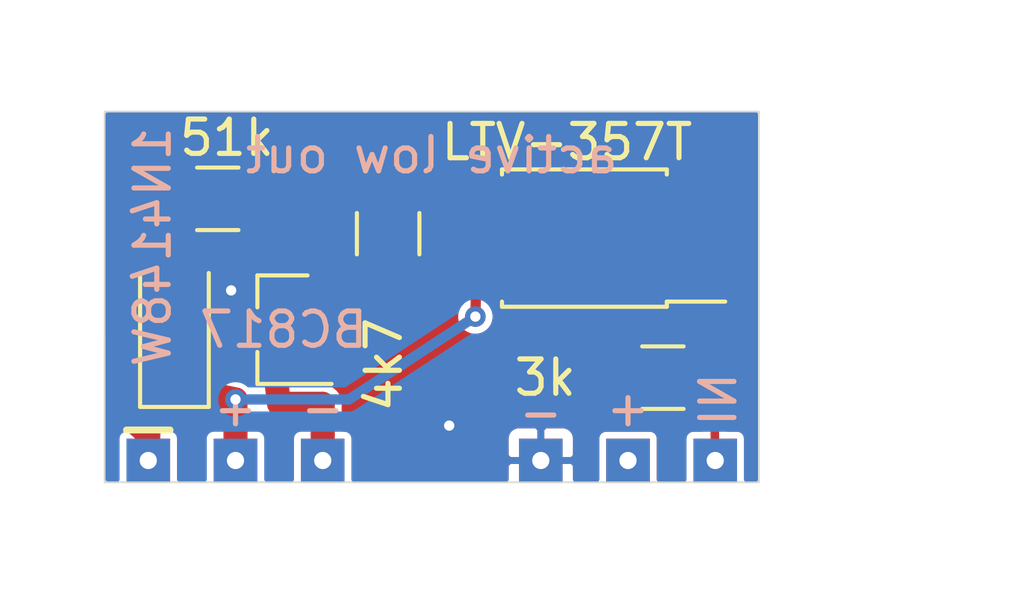
<source format=kicad_pcb>
(kicad_pcb (version 20171130) (host pcbnew 5.1.5+dfsg1-2build2)

  (general
    (thickness 0.8)
    (drawings 12)
    (tracks 39)
    (zones 0)
    (modules 7)
    (nets 10)
  )

  (page A4)
  (layers
    (0 F.Cu signal)
    (31 B.Cu signal)
    (32 B.Adhes user)
    (33 F.Adhes user)
    (34 B.Paste user)
    (35 F.Paste user)
    (36 B.SilkS user)
    (37 F.SilkS user)
    (38 B.Mask user)
    (39 F.Mask user)
    (40 Dwgs.User user)
    (41 Cmts.User user)
    (42 Eco1.User user)
    (43 Eco2.User user)
    (44 Edge.Cuts user)
    (45 Margin user)
    (46 B.CrtYd user)
    (47 F.CrtYd user)
    (48 B.Fab user)
    (49 F.Fab user)
  )

  (setup
    (last_trace_width 0.25)
    (user_trace_width 0.3)
    (user_trace_width 0.5)
    (user_trace_width 0.7)
    (trace_clearance 0.2)
    (zone_clearance 0)
    (zone_45_only no)
    (trace_min 0.2)
    (via_size 0.8)
    (via_drill 0.4)
    (via_min_size 0.4)
    (via_min_drill 0.3)
    (user_via 0.6 0.3)
    (uvia_size 0.3)
    (uvia_drill 0.1)
    (uvias_allowed no)
    (uvia_min_size 0.2)
    (uvia_min_drill 0.1)
    (edge_width 0.05)
    (segment_width 0.2)
    (pcb_text_width 0.3)
    (pcb_text_size 1.5 1.5)
    (mod_edge_width 0.12)
    (mod_text_size 1 1)
    (mod_text_width 0.15)
    (pad_size 1.524 1.524)
    (pad_drill 0.762)
    (pad_to_mask_clearance 0.051)
    (solder_mask_min_width 0.25)
    (aux_axis_origin 0 0)
    (visible_elements FFFFFF7F)
    (pcbplotparams
      (layerselection 0x010fc_ffffffff)
      (usegerberextensions false)
      (usegerberattributes false)
      (usegerberadvancedattributes false)
      (creategerberjobfile false)
      (excludeedgelayer true)
      (linewidth 0.100000)
      (plotframeref false)
      (viasonmask false)
      (mode 1)
      (useauxorigin false)
      (hpglpennumber 1)
      (hpglpenspeed 20)
      (hpglpendiameter 15.000000)
      (psnegative false)
      (psa4output false)
      (plotreference true)
      (plotvalue true)
      (plotinvisibletext false)
      (padsonsilk false)
      (subtractmaskfromsilk true)
      (outputformat 1)
      (mirror false)
      (drillshape 0)
      (scaleselection 1)
      (outputdirectory "gerber/"))
  )

  (net 0 "")
  (net 1 VINM)
  (net 2 OUT)
  (net 3 VINP)
  (net 4 IN)
  (net 5 GND)
  (net 6 "Net-(Q1-Pad1)")
  (net 7 "Net-(R2-Pad2)")
  (net 8 "Net-(R3-Pad1)")
  (net 9 "Net-(J1-Pad5)")

  (net_class Default "This is the default net class."
    (clearance 0.2)
    (trace_width 0.25)
    (via_dia 0.8)
    (via_drill 0.4)
    (uvia_dia 0.3)
    (uvia_drill 0.1)
    (add_net GND)
    (add_net IN)
    (add_net "Net-(J1-Pad5)")
    (add_net "Net-(Q1-Pad1)")
    (add_net "Net-(R2-Pad2)")
    (add_net "Net-(R3-Pad1)")
    (add_net OUT)
    (add_net VINM)
    (add_net VINP)
  )

  (module plc88:dio_channel_im (layer F.Cu) (tedit 6397394E) (tstamp 63A86928)
    (at 169.545 126.365)
    (path /63A86E3A)
    (fp_text reference J1 (at 0 0.5) (layer F.SilkS) hide
      (effects (font (size 1 1) (thickness 0.15)))
    )
    (fp_text value dio_channel_i (at 0 -0.5) (layer F.Fab) hide
      (effects (font (size 1 1) (thickness 0.15)))
    )
    (fp_line (start -7.62 1.651) (end -6.35 1.651) (layer F.SilkS) (width 0.2))
    (fp_line (start -8.255 1.905) (end 10.795 1.905) (layer F.CrtYd) (width 0.12))
    (fp_line (start -8.255 3.175) (end -8.255 1.905) (layer F.CrtYd) (width 0.12))
    (fp_line (start 10.795 3.175) (end -8.255 3.175) (layer F.CrtYd) (width 0.12))
    (fp_line (start 10.795 1.905) (end 10.795 3.175) (layer F.CrtYd) (width 0.12))
    (pad 4 thru_hole rect (at 4.445 2.54) (size 1.27 1.27) (drill 0.5) (layers *.Cu *.Mask)
      (net 5 GND))
    (pad 6 thru_hole rect (at 9.525 2.54) (size 1.27 1.27) (drill 0.5) (layers *.Cu *.Mask)
      (net 4 IN))
    (pad 5 thru_hole rect (at 6.985 2.54) (size 1.27 1.27) (drill 0.5) (layers *.Cu *.Mask)
      (net 9 "Net-(J1-Pad5)"))
    (pad 3 thru_hole rect (at -1.905 2.54) (size 1.27 1.27) (drill 0.5) (layers *.Cu *.Mask)
      (net 1 VINM))
    (pad 2 thru_hole rect (at -4.445 2.54) (size 1.27 1.27) (drill 0.5) (layers *.Cu *.Mask)
      (net 3 VINP))
    (pad 1 thru_hole rect (at -6.985 2.54) (size 1.27 1.27) (drill 0.5) (layers *.Cu *.Mask)
      (net 2 OUT))
  )

  (module Package_TO_SOT_SMD:SOT-23 (layer F.Cu) (tedit 5A02FF57) (tstamp 637B0653)
    (at 166.497 125.095 180)
    (descr "SOT-23, Standard")
    (tags SOT-23)
    (path /637B1026)
    (attr smd)
    (fp_text reference Q1 (at 0 -2.5) (layer F.SilkS) hide
      (effects (font (size 1 1) (thickness 0.15)))
    )
    (fp_text value BC817 (at 0 0) (layer B.SilkS)
      (effects (font (size 1 1) (thickness 0.15)) (justify mirror))
    )
    (fp_line (start 0.76 1.58) (end -0.7 1.58) (layer F.SilkS) (width 0.12))
    (fp_line (start 0.76 -1.58) (end -1.4 -1.58) (layer F.SilkS) (width 0.12))
    (fp_line (start -1.7 1.75) (end -1.7 -1.75) (layer F.CrtYd) (width 0.05))
    (fp_line (start 1.7 1.75) (end -1.7 1.75) (layer F.CrtYd) (width 0.05))
    (fp_line (start 1.7 -1.75) (end 1.7 1.75) (layer F.CrtYd) (width 0.05))
    (fp_line (start -1.7 -1.75) (end 1.7 -1.75) (layer F.CrtYd) (width 0.05))
    (fp_line (start 0.76 -1.58) (end 0.76 -0.65) (layer F.SilkS) (width 0.12))
    (fp_line (start 0.76 1.58) (end 0.76 0.65) (layer F.SilkS) (width 0.12))
    (fp_line (start -0.7 1.52) (end 0.7 1.52) (layer F.Fab) (width 0.1))
    (fp_line (start 0.7 -1.52) (end 0.7 1.52) (layer F.Fab) (width 0.1))
    (fp_line (start -0.7 -0.95) (end -0.15 -1.52) (layer F.Fab) (width 0.1))
    (fp_line (start -0.15 -1.52) (end 0.7 -1.52) (layer F.Fab) (width 0.1))
    (fp_line (start -0.7 -0.95) (end -0.7 1.5) (layer F.Fab) (width 0.1))
    (fp_text user %R (at 0 0 90) (layer F.Fab) hide
      (effects (font (size 0.5 0.5) (thickness 0.075)))
    )
    (pad 3 smd rect (at 1 0 180) (size 0.9 0.8) (layers F.Cu F.Paste F.Mask)
      (net 2 OUT))
    (pad 2 smd rect (at -1 0.95 180) (size 0.9 0.8) (layers F.Cu F.Paste F.Mask)
      (net 1 VINM))
    (pad 1 smd rect (at -1 -0.95 180) (size 0.9 0.8) (layers F.Cu F.Paste F.Mask)
      (net 6 "Net-(Q1-Pad1)"))
    (model ${KISYS3DMOD}/Package_TO_SOT_SMD.3dshapes/SOT-23.wrl
      (at (xyz 0 0 0))
      (scale (xyz 1 1 1))
      (rotate (xyz 0 0 0))
    )
  )

  (module Package_SO:SO-4_4.4x3.6mm_P2.54mm (layer F.Cu) (tedit 5B1E4C51) (tstamp 63648B36)
    (at 175.26 122.428 180)
    (descr "4-Lead Plastic Small Outline (SO), see https://www.elpro.org/de/index.php?controller=attachment&id_attachment=339")
    (tags "SO SOIC 2.54")
    (path /63648DFC)
    (attr smd)
    (fp_text reference U1 (at 0 -2.7) (layer F.SilkS) hide
      (effects (font (size 1 1) (thickness 0.15)))
    )
    (fp_text value LTV-357T (at 0.508 2.794) (layer F.SilkS)
      (effects (font (size 1 1) (thickness 0.15)))
    )
    (fp_line (start 4.4 2.05) (end -4.4 2.05) (layer F.CrtYd) (width 0.05))
    (fp_line (start 4.4 2.05) (end 4.4 -2.05) (layer F.CrtYd) (width 0.05))
    (fp_line (start -4.4 -2.05) (end -4.4 2.05) (layer F.CrtYd) (width 0.05))
    (fp_line (start -4.4 -2.05) (end 4.4 -2.05) (layer F.CrtYd) (width 0.05))
    (fp_line (start -1.4 -1.8) (end 2.2 -1.8) (layer F.Fab) (width 0.12))
    (fp_line (start -2.2 -1) (end -1.4 -1.8) (layer F.Fab) (width 0.12))
    (fp_line (start -2.2 1.8) (end -2.2 -1) (layer F.Fab) (width 0.12))
    (fp_line (start 2.2 1.8) (end -2.2 1.8) (layer F.Fab) (width 0.12))
    (fp_line (start 2.2 -1.8) (end 2.2 1.8) (layer F.Fab) (width 0.12))
    (fp_line (start 2.4 -2) (end 2.4 -1.85) (layer F.SilkS) (width 0.12))
    (fp_line (start -2.4 -2) (end 2.4 -2) (layer F.SilkS) (width 0.12))
    (fp_line (start -2.4 -1.85) (end -2.4 -2) (layer F.SilkS) (width 0.12))
    (fp_line (start -2.4 2) (end -2.4 1.85) (layer F.SilkS) (width 0.12))
    (fp_line (start 2.4 2) (end -2.4 2) (layer F.SilkS) (width 0.12))
    (fp_line (start 2.4 1.85) (end 2.4 2) (layer F.SilkS) (width 0.12))
    (fp_text user %R (at 0 -0.065) (layer F.Fab) hide
      (effects (font (size 1 1) (thickness 0.15)))
    )
    (fp_line (start -2.4 -1.85) (end -4.1 -1.85) (layer F.SilkS) (width 0.12))
    (pad 4 smd rect (at 3.15 -1.27 180) (size 2 0.64) (layers F.Cu F.Paste F.Mask)
      (net 3 VINP))
    (pad 3 smd rect (at 3.15 1.27 180) (size 2 0.64) (layers F.Cu F.Paste F.Mask)
      (net 7 "Net-(R2-Pad2)"))
    (pad 2 smd rect (at -3.15 1.27 180) (size 2 0.64) (layers F.Cu F.Paste F.Mask)
      (net 5 GND))
    (pad 1 smd rect (at -3.15 -1.27 180) (size 2 0.64) (layers F.Cu F.Paste F.Mask)
      (net 8 "Net-(R3-Pad1)"))
    (model ${KISYS3DMOD}/Package_SO.3dshapes/SO-4_4.4x3.6mm_P2.54mm.wrl
      (at (xyz 0 0 0))
      (scale (xyz 1 1 1))
      (rotate (xyz 0 0 0))
    )
  )

  (module Resistor_SMD:R_1206_3216Metric_Pad1.42x1.75mm_HandSolder (layer F.Cu) (tedit 5B301BBD) (tstamp 642FDF10)
    (at 177.546 126.492)
    (descr "Resistor SMD 1206 (3216 Metric), square (rectangular) end terminal, IPC_7351 nominal with elongated pad for handsoldering. (Body size source: http://www.tortai-tech.com/upload/download/2011102023233369053.pdf), generated with kicad-footprint-generator")
    (tags "resistor handsolder")
    (path /6365F1C0)
    (attr smd)
    (fp_text reference R3 (at 0 -1.82) (layer F.SilkS) hide
      (effects (font (size 1 1) (thickness 0.15)))
    )
    (fp_text value 3k (at -3.429 0) (layer F.SilkS)
      (effects (font (size 1 1) (thickness 0.15)))
    )
    (fp_text user %R (at 0 0) (layer F.Fab) hide
      (effects (font (size 0.8 0.8) (thickness 0.12)))
    )
    (fp_line (start 2.45 1.12) (end -2.45 1.12) (layer F.CrtYd) (width 0.05))
    (fp_line (start 2.45 -1.12) (end 2.45 1.12) (layer F.CrtYd) (width 0.05))
    (fp_line (start -2.45 -1.12) (end 2.45 -1.12) (layer F.CrtYd) (width 0.05))
    (fp_line (start -2.45 1.12) (end -2.45 -1.12) (layer F.CrtYd) (width 0.05))
    (fp_line (start -0.602064 0.91) (end 0.602064 0.91) (layer F.SilkS) (width 0.12))
    (fp_line (start -0.602064 -0.91) (end 0.602064 -0.91) (layer F.SilkS) (width 0.12))
    (fp_line (start 1.6 0.8) (end -1.6 0.8) (layer F.Fab) (width 0.1))
    (fp_line (start 1.6 -0.8) (end 1.6 0.8) (layer F.Fab) (width 0.1))
    (fp_line (start -1.6 -0.8) (end 1.6 -0.8) (layer F.Fab) (width 0.1))
    (fp_line (start -1.6 0.8) (end -1.6 -0.8) (layer F.Fab) (width 0.1))
    (pad 2 smd roundrect (at 1.4875 0) (size 1.425 1.75) (layers F.Cu F.Paste F.Mask) (roundrect_rratio 0.175439)
      (net 4 IN))
    (pad 1 smd roundrect (at -1.4875 0) (size 1.425 1.75) (layers F.Cu F.Paste F.Mask) (roundrect_rratio 0.175439)
      (net 8 "Net-(R3-Pad1)"))
    (model ${KISYS3DMOD}/Resistor_SMD.3dshapes/R_1206_3216Metric.wrl
      (at (xyz 0 0 0))
      (scale (xyz 1 1 1))
      (rotate (xyz 0 0 0))
    )
  )

  (module Resistor_SMD:R_1206_3216Metric_Pad1.42x1.75mm_HandSolder (layer F.Cu) (tedit 5B301BBD) (tstamp 635B3BF1)
    (at 169.545 122.301 90)
    (descr "Resistor SMD 1206 (3216 Metric), square (rectangular) end terminal, IPC_7351 nominal with elongated pad for handsoldering. (Body size source: http://www.tortai-tech.com/upload/download/2011102023233369053.pdf), generated with kicad-footprint-generator")
    (tags "resistor handsolder")
    (path /635B3C3C)
    (attr smd)
    (fp_text reference R2 (at 0 -1.82 90) (layer F.SilkS) hide
      (effects (font (size 1 1) (thickness 0.15)))
    )
    (fp_text value 4k7 (at -3.81 -0.127 270) (layer F.SilkS)
      (effects (font (size 1 1) (thickness 0.15)))
    )
    (fp_text user %R (at 0 0 90) (layer F.Fab) hide
      (effects (font (size 0.8 0.8) (thickness 0.12)))
    )
    (fp_line (start 2.45 1.12) (end -2.45 1.12) (layer F.CrtYd) (width 0.05))
    (fp_line (start 2.45 -1.12) (end 2.45 1.12) (layer F.CrtYd) (width 0.05))
    (fp_line (start -2.45 -1.12) (end 2.45 -1.12) (layer F.CrtYd) (width 0.05))
    (fp_line (start -2.45 1.12) (end -2.45 -1.12) (layer F.CrtYd) (width 0.05))
    (fp_line (start -0.602064 0.91) (end 0.602064 0.91) (layer F.SilkS) (width 0.12))
    (fp_line (start -0.602064 -0.91) (end 0.602064 -0.91) (layer F.SilkS) (width 0.12))
    (fp_line (start 1.6 0.8) (end -1.6 0.8) (layer F.Fab) (width 0.1))
    (fp_line (start 1.6 -0.8) (end 1.6 0.8) (layer F.Fab) (width 0.1))
    (fp_line (start -1.6 -0.8) (end 1.6 -0.8) (layer F.Fab) (width 0.1))
    (fp_line (start -1.6 0.8) (end -1.6 -0.8) (layer F.Fab) (width 0.1))
    (pad 2 smd roundrect (at 1.4875 0 90) (size 1.425 1.75) (layers F.Cu F.Paste F.Mask) (roundrect_rratio 0.175439)
      (net 7 "Net-(R2-Pad2)"))
    (pad 1 smd roundrect (at -1.4875 0 90) (size 1.425 1.75) (layers F.Cu F.Paste F.Mask) (roundrect_rratio 0.175439)
      (net 6 "Net-(Q1-Pad1)"))
    (model ${KISYS3DMOD}/Resistor_SMD.3dshapes/R_1206_3216Metric.wrl
      (at (xyz 0 0 0))
      (scale (xyz 1 1 1))
      (rotate (xyz 0 0 0))
    )
  )

  (module Resistor_SMD:R_1206_3216Metric_Pad1.42x1.75mm_HandSolder (layer F.Cu) (tedit 5B301BBD) (tstamp 635B3BE0)
    (at 164.584 121.285)
    (descr "Resistor SMD 1206 (3216 Metric), square (rectangular) end terminal, IPC_7351 nominal with elongated pad for handsoldering. (Body size source: http://www.tortai-tech.com/upload/download/2011102023233369053.pdf), generated with kicad-footprint-generator")
    (tags "resistor handsolder")
    (path /635B411D)
    (attr smd)
    (fp_text reference R1 (at 0 -1.82) (layer F.SilkS) hide
      (effects (font (size 1 1) (thickness 0.15)))
    )
    (fp_text value 51k (at 0.262 -1.778) (layer F.SilkS)
      (effects (font (size 1 1) (thickness 0.15)))
    )
    (fp_text user %R (at 0 0) (layer F.Fab) hide
      (effects (font (size 0.8 0.8) (thickness 0.12)))
    )
    (fp_line (start 2.45 1.12) (end -2.45 1.12) (layer F.CrtYd) (width 0.05))
    (fp_line (start 2.45 -1.12) (end 2.45 1.12) (layer F.CrtYd) (width 0.05))
    (fp_line (start -2.45 -1.12) (end 2.45 -1.12) (layer F.CrtYd) (width 0.05))
    (fp_line (start -2.45 1.12) (end -2.45 -1.12) (layer F.CrtYd) (width 0.05))
    (fp_line (start -0.602064 0.91) (end 0.602064 0.91) (layer F.SilkS) (width 0.12))
    (fp_line (start -0.602064 -0.91) (end 0.602064 -0.91) (layer F.SilkS) (width 0.12))
    (fp_line (start 1.6 0.8) (end -1.6 0.8) (layer F.Fab) (width 0.1))
    (fp_line (start 1.6 -0.8) (end 1.6 0.8) (layer F.Fab) (width 0.1))
    (fp_line (start -1.6 -0.8) (end 1.6 -0.8) (layer F.Fab) (width 0.1))
    (fp_line (start -1.6 0.8) (end -1.6 -0.8) (layer F.Fab) (width 0.1))
    (pad 2 smd roundrect (at 1.4875 0) (size 1.425 1.75) (layers F.Cu F.Paste F.Mask) (roundrect_rratio 0.175439)
      (net 6 "Net-(Q1-Pad1)"))
    (pad 1 smd roundrect (at -1.4875 0) (size 1.425 1.75) (layers F.Cu F.Paste F.Mask) (roundrect_rratio 0.175439)
      (net 1 VINM))
    (model ${KISYS3DMOD}/Resistor_SMD.3dshapes/R_1206_3216Metric.wrl
      (at (xyz 0 0 0))
      (scale (xyz 1 1 1))
      (rotate (xyz 0 0 0))
    )
  )

  (module Diode_SMD:D_SOD-123 (layer F.Cu) (tedit 58645DC7) (tstamp 635B3B9C)
    (at 163.322 125.095 90)
    (descr SOD-123)
    (tags SOD-123)
    (path /635B37AA)
    (attr smd)
    (fp_text reference D1 (at 0 -2 90) (layer F.SilkS) hide
      (effects (font (size 1 1) (thickness 0.15)))
    )
    (fp_text value 1N4148W (at 2.413 -0.635 90) (layer B.SilkS)
      (effects (font (size 1 1) (thickness 0.15)) (justify mirror))
    )
    (fp_line (start -2.25 -1) (end 1.65 -1) (layer F.SilkS) (width 0.12))
    (fp_line (start -2.25 1) (end 1.65 1) (layer F.SilkS) (width 0.12))
    (fp_line (start -2.35 -1.15) (end -2.35 1.15) (layer F.CrtYd) (width 0.05))
    (fp_line (start 2.35 1.15) (end -2.35 1.15) (layer F.CrtYd) (width 0.05))
    (fp_line (start 2.35 -1.15) (end 2.35 1.15) (layer F.CrtYd) (width 0.05))
    (fp_line (start -2.35 -1.15) (end 2.35 -1.15) (layer F.CrtYd) (width 0.05))
    (fp_line (start -1.4 -0.9) (end 1.4 -0.9) (layer F.Fab) (width 0.1))
    (fp_line (start 1.4 -0.9) (end 1.4 0.9) (layer F.Fab) (width 0.1))
    (fp_line (start 1.4 0.9) (end -1.4 0.9) (layer F.Fab) (width 0.1))
    (fp_line (start -1.4 0.9) (end -1.4 -0.9) (layer F.Fab) (width 0.1))
    (fp_line (start -0.75 0) (end -0.35 0) (layer F.Fab) (width 0.1))
    (fp_line (start -0.35 0) (end -0.35 -0.55) (layer F.Fab) (width 0.1))
    (fp_line (start -0.35 0) (end -0.35 0.55) (layer F.Fab) (width 0.1))
    (fp_line (start -0.35 0) (end 0.25 -0.4) (layer F.Fab) (width 0.1))
    (fp_line (start 0.25 -0.4) (end 0.25 0.4) (layer F.Fab) (width 0.1))
    (fp_line (start 0.25 0.4) (end -0.35 0) (layer F.Fab) (width 0.1))
    (fp_line (start 0.25 0) (end 0.75 0) (layer F.Fab) (width 0.1))
    (fp_line (start -2.25 -1) (end -2.25 1) (layer F.SilkS) (width 0.12))
    (fp_text user %R (at 0 -2 90) (layer F.Fab) hide
      (effects (font (size 1 1) (thickness 0.15)))
    )
    (pad 2 smd rect (at 1.65 0 90) (size 0.9 1.2) (layers F.Cu F.Paste F.Mask)
      (net 2 OUT))
    (pad 1 smd rect (at -1.65 0 90) (size 0.9 1.2) (layers F.Cu F.Paste F.Mask)
      (net 3 VINP))
    (model ${KISYS3DMOD}/Diode_SMD.3dshapes/D_SOD-123.wrl
      (at (xyz 0 0 0))
      (scale (xyz 1 1 1))
      (rotate (xyz 0 0 0))
    )
  )

  (gr_text IN (at 179.07 127.127 270) (layer B.SilkS)
    (effects (font (size 1 1) (thickness 0.15)) (justify mirror))
  )
  (gr_text + (at 176.53 127.381) (layer B.SilkS)
    (effects (font (size 1 1) (thickness 0.15)) (justify mirror))
  )
  (gr_text - (at 173.99 127.508) (layer B.SilkS)
    (effects (font (size 1 1) (thickness 0.15)) (justify mirror))
  )
  (gr_text - (at 167.64 127.381) (layer B.SilkS)
    (effects (font (size 1 1) (thickness 0.15)) (justify mirror))
  )
  (gr_text + (at 165.1 127.381) (layer B.SilkS)
    (effects (font (size 1 1) (thickness 0.15)) (justify mirror))
  )
  (gr_text "active low out" (at 170.815 120.015) (layer B.SilkS)
    (effects (font (size 1 1) (thickness 0.15)) (justify mirror))
  )
  (gr_line (start 161.29 118.745) (end 161.29 129.54) (layer Edge.Cuts) (width 0.05) (tstamp 635B95C5))
  (gr_line (start 180.34 118.745) (end 161.29 118.745) (layer Edge.Cuts) (width 0.05))
  (gr_line (start 180.34 129.54) (end 180.34 118.745) (layer Edge.Cuts) (width 0.05))
  (gr_line (start 161.29 129.54) (end 180.34 129.54) (layer Edge.Cuts) (width 0.05))
  (dimension 19.05 (width 0.15) (layer F.Fab)
    (gr_text "19,050 mm" (at 170.815 133.888) (layer F.Fab)
      (effects (font (size 1 1) (thickness 0.15)))
    )
    (feature1 (pts (xy 180.34 131.318) (xy 180.34 133.174421)))
    (feature2 (pts (xy 161.29 131.318) (xy 161.29 133.174421)))
    (crossbar (pts (xy 161.29 132.588) (xy 180.34 132.588)))
    (arrow1a (pts (xy 180.34 132.588) (xy 179.213496 133.174421)))
    (arrow1b (pts (xy 180.34 132.588) (xy 179.213496 132.001579)))
    (arrow2a (pts (xy 161.29 132.588) (xy 162.416504 133.174421)))
    (arrow2b (pts (xy 161.29 132.588) (xy 162.416504 132.001579)))
  )
  (dimension 13.97 (width 0.15) (layer F.Fab)
    (gr_text "13,970 mm" (at 186.72 122.555 90) (layer F.Fab)
      (effects (font (size 1 1) (thickness 0.15)))
    )
    (feature1 (pts (xy 182.88 115.57) (xy 186.006421 115.57)))
    (feature2 (pts (xy 182.88 129.54) (xy 186.006421 129.54)))
    (crossbar (pts (xy 185.42 129.54) (xy 185.42 115.57)))
    (arrow1a (pts (xy 185.42 115.57) (xy 186.006421 116.696504)))
    (arrow1b (pts (xy 185.42 115.57) (xy 184.833579 116.696504)))
    (arrow2a (pts (xy 185.42 129.54) (xy 186.006421 128.413496)))
    (arrow2b (pts (xy 185.42 129.54) (xy 184.833579 128.413496)))
  )

  (segment (start 167.497 124.145) (end 165.1 123.19) (width 0.3) (layer F.Cu) (net 1))
  (segment (start 165.1 123.19) (end 163.0965 121.285) (width 0.3) (layer F.Cu) (net 1))
  (segment (start 167.64 128.143) (end 167.64 127.254) (width 0.7) (layer F.Cu) (net 1))
  (segment (start 167.64 128.905) (end 167.64 128.143) (width 0.7) (layer F.Cu) (net 1))
  (segment (start 167.64 127.254) (end 166.37 127.254) (width 0.7) (layer F.Cu) (net 1))
  (segment (start 166.37 127.254) (end 166.243 126.238) (width 0.7) (layer F.Cu) (net 1))
  (segment (start 166.243 126.238) (end 166.624 125.222) (width 0.5) (layer F.Cu) (net 1))
  (segment (start 166.624 125.222) (end 167.497 124.145) (width 0.5) (layer F.Cu) (net 1))
  (segment (start 162.56 128.143) (end 162.56 128.905) (width 0.7) (layer F.Cu) (net 2))
  (segment (start 161.86501 127.508) (end 162.56 128.143) (width 0.7) (layer F.Cu) (net 2))
  (segment (start 161.925 125.476) (end 161.86501 127.508) (width 0.7) (layer F.Cu) (net 2))
  (segment (start 162.179 125.095) (end 161.925 125.476) (width 0.7) (layer F.Cu) (net 2))
  (segment (start 163.322 123.445) (end 163.322 125.095) (width 0.7) (layer F.Cu) (net 2))
  (segment (start 163.322 125.095) (end 162.179 125.095) (width 0.7) (layer F.Cu) (net 2))
  (segment (start 165.497 125.095) (end 163.322 125.095) (width 0.7) (layer F.Cu) (net 2))
  (segment (start 165.1 128.905) (end 165.1 128.016) (width 0.7) (layer F.Cu) (net 3))
  (segment (start 163.322 126.745) (end 165.1 127.127) (width 0.7) (layer F.Cu) (net 3))
  (segment (start 165.1 127.127) (end 165.1 128.016) (width 0.7) (layer F.Cu) (net 3))
  (segment (start 165.1 127.127) (end 165.1 127.127) (width 0.7) (layer F.Cu) (net 3) (tstamp 637B0C82))
  (via (at 165.1 127.127) (size 0.6) (drill 0.3) (layers F.Cu B.Cu) (net 3))
  (segment (start 165.1 127.127) (end 168.402 127.127) (width 0.3) (layer B.Cu) (net 3))
  (segment (start 172.085 124.714) (end 172.085 124.714) (width 0.3) (layer F.Cu) (net 3))
  (segment (start 172.085 124.714) (end 172.11 123.698) (width 0.3) (layer F.Cu) (net 3) (tstamp 642FE212))
  (via (at 172.085 124.714) (size 0.6) (drill 0.3) (layers F.Cu B.Cu) (net 3))
  (segment (start 168.402 127.127) (end 172.085 124.714) (width 0.3) (layer B.Cu) (net 3))
  (segment (start 179.07 128.905) (end 179.0335 126.492) (width 0.25) (layer F.Cu) (net 4))
  (via (at 171.323 127.889) (size 0.6) (drill 0.3) (layers F.Cu B.Cu) (net 5))
  (via (at 164.973 123.952) (size 0.6) (drill 0.3) (layers F.Cu B.Cu) (net 5))
  (segment (start 166.0715 121.285) (end 166.0715 121.285) (width 0.25) (layer F.Cu) (net 6) (tstamp 635B960D))
  (segment (start 166.0715 121.285) (end 166.0715 121.285) (width 0.25) (layer F.Cu) (net 6) (tstamp 637B0C6D))
  (segment (start 166.0715 121.285) (end 169.545 123.7885) (width 0.25) (layer F.Cu) (net 6))
  (segment (start 169.545 124.841) (end 169.545 123.7885) (width 0.25) (layer F.Cu) (net 6))
  (segment (start 168.275 125.984) (end 169.545 124.841) (width 0.25) (layer F.Cu) (net 6))
  (segment (start 167.497 126.045) (end 168.275 125.984) (width 0.25) (layer F.Cu) (net 6))
  (segment (start 172.11 121.158) (end 170.815 121.158) (width 0.25) (layer F.Cu) (net 7))
  (segment (start 170.815 121.158) (end 169.545 120.8135) (width 0.25) (layer F.Cu) (net 7))
  (segment (start 176.784 123.698) (end 178.41 123.698) (width 0.25) (layer F.Cu) (net 8))
  (segment (start 176.022 124.714) (end 176.784 123.698) (width 0.25) (layer F.Cu) (net 8))
  (segment (start 176.0585 126.492) (end 176.022 124.714) (width 0.25) (layer F.Cu) (net 8))

  (zone (net 5) (net_name GND) (layer F.Cu) (tstamp 6398C6F1) (hatch edge 0.508)
    (connect_pads (clearance 0))
    (min_thickness 0.1)
    (fill yes (arc_segments 32) (thermal_gap 0.3) (thermal_bridge_width 0.2))
    (polygon
      (pts
        (xy 181.356 130.302) (xy 160.251249 129.983588) (xy 160.886249 117.791588) (xy 181.714249 117.664588)
      )
    )
    (filled_polygon
      (pts
        (xy 180.265 129.465) (xy 179.956209 129.465) (xy 179.956209 128.27) (xy 179.951382 128.220992) (xy 179.937087 128.173866)
        (xy 179.913873 128.130436) (xy 179.882632 128.092368) (xy 179.844564 128.061127) (xy 179.801134 128.037913) (xy 179.754008 128.023618)
        (xy 179.705 128.018791) (xy 179.431637 128.018791) (xy 179.425578 127.618209) (xy 179.496 127.618209) (xy 179.593781 127.608578)
        (xy 179.687804 127.580057) (xy 179.774457 127.53374) (xy 179.850408 127.471408) (xy 179.91274 127.395457) (xy 179.959057 127.308804)
        (xy 179.987578 127.214781) (xy 179.997209 127.117) (xy 179.997209 125.867) (xy 179.987578 125.769219) (xy 179.959057 125.675196)
        (xy 179.91274 125.588543) (xy 179.850408 125.512592) (xy 179.774457 125.45026) (xy 179.687804 125.403943) (xy 179.593781 125.375422)
        (xy 179.496 125.365791) (xy 178.571 125.365791) (xy 178.473219 125.375422) (xy 178.379196 125.403943) (xy 178.292543 125.45026)
        (xy 178.216592 125.512592) (xy 178.15426 125.588543) (xy 178.107943 125.675196) (xy 178.079422 125.769219) (xy 178.069791 125.867)
        (xy 178.069791 127.117) (xy 178.079422 127.214781) (xy 178.107943 127.308804) (xy 178.15426 127.395457) (xy 178.216592 127.471408)
        (xy 178.292543 127.53374) (xy 178.379196 127.580057) (xy 178.473219 127.608578) (xy 178.571 127.618209) (xy 178.675493 127.618209)
        (xy 178.681553 128.018791) (xy 178.435 128.018791) (xy 178.385992 128.023618) (xy 178.338866 128.037913) (xy 178.295436 128.061127)
        (xy 178.257368 128.092368) (xy 178.226127 128.130436) (xy 178.202913 128.173866) (xy 178.188618 128.220992) (xy 178.183791 128.27)
        (xy 178.183791 129.465) (xy 177.416209 129.465) (xy 177.416209 128.27) (xy 177.411382 128.220992) (xy 177.397087 128.173866)
        (xy 177.373873 128.130436) (xy 177.342632 128.092368) (xy 177.304564 128.061127) (xy 177.261134 128.037913) (xy 177.214008 128.023618)
        (xy 177.165 128.018791) (xy 175.895 128.018791) (xy 175.845992 128.023618) (xy 175.798866 128.037913) (xy 175.755436 128.061127)
        (xy 175.717368 128.092368) (xy 175.686127 128.130436) (xy 175.662913 128.173866) (xy 175.648618 128.220992) (xy 175.643791 128.27)
        (xy 175.643791 129.465) (xy 174.976439 129.465) (xy 174.975 129.0425) (xy 174.8875 128.955) (xy 174.04 128.955)
        (xy 174.04 129.465) (xy 173.94 129.465) (xy 173.94 128.955) (xy 173.0925 128.955) (xy 173.005 129.0425)
        (xy 173.003561 129.465) (xy 168.526209 129.465) (xy 168.526209 128.27) (xy 173.003306 128.27) (xy 173.005 128.7675)
        (xy 173.0925 128.855) (xy 173.94 128.855) (xy 173.94 128.0075) (xy 174.04 128.0075) (xy 174.04 128.855)
        (xy 174.8875 128.855) (xy 174.975 128.7675) (xy 174.976694 128.27) (xy 174.969936 128.201388) (xy 174.949923 128.135413)
        (xy 174.917423 128.074609) (xy 174.873685 128.021315) (xy 174.820391 127.977577) (xy 174.759587 127.945077) (xy 174.693612 127.925064)
        (xy 174.625 127.918306) (xy 174.1275 127.92) (xy 174.04 128.0075) (xy 173.94 128.0075) (xy 173.8525 127.92)
        (xy 173.355 127.918306) (xy 173.286388 127.925064) (xy 173.220413 127.945077) (xy 173.159609 127.977577) (xy 173.106315 128.021315)
        (xy 173.062577 128.074609) (xy 173.030077 128.135413) (xy 173.010064 128.201388) (xy 173.003306 128.27) (xy 168.526209 128.27)
        (xy 168.521382 128.220992) (xy 168.507087 128.173866) (xy 168.483873 128.130436) (xy 168.452632 128.092368) (xy 168.414564 128.061127)
        (xy 168.371134 128.037913) (xy 168.324008 128.023618) (xy 168.275 128.018791) (xy 168.24 128.018791) (xy 168.24 127.283474)
        (xy 168.242903 127.254) (xy 168.231318 127.136379) (xy 168.19701 127.023279) (xy 168.141296 126.919045) (xy 168.066317 126.827683)
        (xy 167.974955 126.752704) (xy 167.870721 126.69699) (xy 167.868146 126.696209) (xy 167.947 126.696209) (xy 167.996008 126.691382)
        (xy 168.043134 126.677087) (xy 168.086564 126.653873) (xy 168.124632 126.622632) (xy 168.155873 126.584564) (xy 168.179087 126.541134)
        (xy 168.193382 126.494008) (xy 168.198209 126.445) (xy 168.198209 126.366171) (xy 168.298208 126.35833) (xy 168.328986 126.356926)
        (xy 168.352914 126.351021) (xy 168.377176 126.346696) (xy 168.388695 126.342191) (xy 168.400704 126.339228) (xy 168.423017 126.32877)
        (xy 168.445971 126.319794) (xy 168.456391 126.313128) (xy 168.46759 126.307879) (xy 168.487438 126.293266) (xy 168.508196 126.279986)
        (xy 168.530407 126.258644) (xy 168.965567 125.867) (xy 175.094791 125.867) (xy 175.094791 127.117) (xy 175.104422 127.214781)
        (xy 175.132943 127.308804) (xy 175.17926 127.395457) (xy 175.241592 127.471408) (xy 175.317543 127.53374) (xy 175.404196 127.580057)
        (xy 175.498219 127.608578) (xy 175.596 127.618209) (xy 176.521 127.618209) (xy 176.618781 127.608578) (xy 176.712804 127.580057)
        (xy 176.799457 127.53374) (xy 176.875408 127.471408) (xy 176.93774 127.395457) (xy 176.984057 127.308804) (xy 177.012578 127.214781)
        (xy 177.022209 127.117) (xy 177.022209 125.867) (xy 177.012578 125.769219) (xy 176.984057 125.675196) (xy 176.93774 125.588543)
        (xy 176.875408 125.512592) (xy 176.799457 125.45026) (xy 176.712804 125.403943) (xy 176.618781 125.375422) (xy 176.521 125.365791)
        (xy 176.410459 125.365791) (xy 176.399574 124.835567) (xy 176.9715 124.073) (xy 177.165436 124.073) (xy 177.177913 124.114134)
        (xy 177.201127 124.157564) (xy 177.232368 124.195632) (xy 177.270436 124.226873) (xy 177.313866 124.250087) (xy 177.360992 124.264382)
        (xy 177.41 124.269209) (xy 179.41 124.269209) (xy 179.459008 124.264382) (xy 179.506134 124.250087) (xy 179.549564 124.226873)
        (xy 179.587632 124.195632) (xy 179.618873 124.157564) (xy 179.642087 124.114134) (xy 179.656382 124.067008) (xy 179.661209 124.018)
        (xy 179.661209 123.378) (xy 179.656382 123.328992) (xy 179.642087 123.281866) (xy 179.618873 123.238436) (xy 179.587632 123.200368)
        (xy 179.549564 123.169127) (xy 179.506134 123.145913) (xy 179.459008 123.131618) (xy 179.41 123.126791) (xy 177.41 123.126791)
        (xy 177.360992 123.131618) (xy 177.313866 123.145913) (xy 177.270436 123.169127) (xy 177.232368 123.200368) (xy 177.201127 123.238436)
        (xy 177.177913 123.281866) (xy 177.165436 123.323) (xy 176.812666 123.323) (xy 176.804507 123.321745) (xy 176.775816 123.323)
        (xy 176.765581 123.323) (xy 176.757403 123.323805) (xy 176.73071 123.324973) (xy 176.720722 123.327418) (xy 176.710487 123.328426)
        (xy 176.684911 123.336184) (xy 176.658961 123.342537) (xy 176.649643 123.346883) (xy 176.6398 123.349869) (xy 176.616228 123.362468)
        (xy 176.592015 123.373762) (xy 176.583723 123.379843) (xy 176.574653 123.384691) (xy 176.553996 123.401644) (xy 176.532448 123.417446)
        (xy 176.525502 123.425028) (xy 176.517552 123.431552) (xy 176.500601 123.452207) (xy 176.495051 123.458265) (xy 176.488912 123.466451)
        (xy 176.470691 123.488653) (xy 176.466799 123.495934) (xy 175.724603 124.48553) (xy 175.704461 124.511128) (xy 175.694098 124.531511)
        (xy 175.682234 124.551066) (xy 175.677396 124.564362) (xy 175.670983 124.576976) (xy 175.664794 124.598996) (xy 175.656976 124.620482)
        (xy 175.654825 124.634464) (xy 175.650996 124.648088) (xy 175.649221 124.670894) (xy 175.645745 124.693493) (xy 175.647168 124.72602)
        (xy 175.660302 125.365791) (xy 175.596 125.365791) (xy 175.498219 125.375422) (xy 175.404196 125.403943) (xy 175.317543 125.45026)
        (xy 175.241592 125.512592) (xy 175.17926 125.588543) (xy 175.132943 125.675196) (xy 175.104422 125.769219) (xy 175.094791 125.867)
        (xy 168.965567 125.867) (xy 169.789513 125.125449) (xy 169.811448 125.107448) (xy 169.828625 125.086518) (xy 169.846873 125.066525)
        (xy 169.852009 125.058024) (xy 169.858309 125.050347) (xy 169.871069 125.026476) (xy 169.88507 125.0033) (xy 169.888449 124.99396)
        (xy 169.893131 124.9852) (xy 169.900994 124.95928) (xy 169.910198 124.933836) (xy 169.911689 124.924025) (xy 169.914574 124.914513)
        (xy 169.917229 124.887559) (xy 169.921293 124.860806) (xy 169.92 124.832468) (xy 169.92 124.752209) (xy 170.17 124.752209)
        (xy 170.267781 124.742578) (xy 170.361804 124.714057) (xy 170.448457 124.66774) (xy 170.524408 124.605408) (xy 170.58674 124.529457)
        (xy 170.633057 124.442804) (xy 170.661578 124.348781) (xy 170.671209 124.251) (xy 170.671209 123.378) (xy 170.858791 123.378)
        (xy 170.858791 124.018) (xy 170.863618 124.067008) (xy 170.877913 124.114134) (xy 170.901127 124.157564) (xy 170.932368 124.195632)
        (xy 170.970436 124.226873) (xy 171.013866 124.250087) (xy 171.060992 124.264382) (xy 171.11 124.269209) (xy 171.695824 124.269209)
        (xy 171.694407 124.326776) (xy 171.657787 124.363396) (xy 171.597597 124.453477) (xy 171.556136 124.553571) (xy 171.535 124.65983)
        (xy 171.535 124.76817) (xy 171.556136 124.874429) (xy 171.597597 124.974523) (xy 171.657787 125.064604) (xy 171.734396 125.141213)
        (xy 171.824477 125.201403) (xy 171.924571 125.242864) (xy 172.03083 125.264) (xy 172.13917 125.264) (xy 172.245429 125.242864)
        (xy 172.345523 125.201403) (xy 172.435604 125.141213) (xy 172.512213 125.064604) (xy 172.572403 124.974523) (xy 172.613864 124.874429)
        (xy 172.635 124.76817) (xy 172.635 124.65983) (xy 172.613864 124.553571) (xy 172.572403 124.453477) (xy 172.512213 124.363396)
        (xy 172.494191 124.345374) (xy 172.496065 124.269209) (xy 173.11 124.269209) (xy 173.159008 124.264382) (xy 173.206134 124.250087)
        (xy 173.249564 124.226873) (xy 173.287632 124.195632) (xy 173.318873 124.157564) (xy 173.342087 124.114134) (xy 173.356382 124.067008)
        (xy 173.361209 124.018) (xy 173.361209 123.378) (xy 173.356382 123.328992) (xy 173.342087 123.281866) (xy 173.318873 123.238436)
        (xy 173.287632 123.200368) (xy 173.249564 123.169127) (xy 173.206134 123.145913) (xy 173.159008 123.131618) (xy 173.11 123.126791)
        (xy 171.11 123.126791) (xy 171.060992 123.131618) (xy 171.013866 123.145913) (xy 170.970436 123.169127) (xy 170.932368 123.200368)
        (xy 170.901127 123.238436) (xy 170.877913 123.281866) (xy 170.863618 123.328992) (xy 170.858791 123.378) (xy 170.671209 123.378)
        (xy 170.671209 123.326) (xy 170.661578 123.228219) (xy 170.633057 123.134196) (xy 170.58674 123.047543) (xy 170.524408 122.971592)
        (xy 170.448457 122.90926) (xy 170.361804 122.862943) (xy 170.267781 122.834422) (xy 170.17 122.824791) (xy 168.92 122.824791)
        (xy 168.857754 122.830922) (xy 167.035209 121.517337) (xy 167.035209 120.66) (xy 167.025578 120.562219) (xy 166.997057 120.468196)
        (xy 166.95074 120.381543) (xy 166.925674 120.351) (xy 168.418791 120.351) (xy 168.418791 121.276) (xy 168.428422 121.373781)
        (xy 168.456943 121.467804) (xy 168.50326 121.554457) (xy 168.565592 121.630408) (xy 168.641543 121.69274) (xy 168.728196 121.739057)
        (xy 168.822219 121.767578) (xy 168.92 121.777209) (xy 170.17 121.777209) (xy 170.267781 121.767578) (xy 170.361804 121.739057)
        (xy 170.448457 121.69274) (xy 170.524408 121.630408) (xy 170.58674 121.554457) (xy 170.619336 121.493475) (xy 170.711445 121.518461)
        (xy 170.741487 121.527574) (xy 170.76546 121.529935) (xy 170.789194 121.533929) (xy 170.82053 121.533) (xy 170.865436 121.533)
        (xy 170.877913 121.574134) (xy 170.901127 121.617564) (xy 170.932368 121.655632) (xy 170.970436 121.686873) (xy 171.013866 121.710087)
        (xy 171.060992 121.724382) (xy 171.11 121.729209) (xy 173.11 121.729209) (xy 173.159008 121.724382) (xy 173.206134 121.710087)
        (xy 173.249564 121.686873) (xy 173.287632 121.655632) (xy 173.318873 121.617564) (xy 173.342087 121.574134) (xy 173.356382 121.527008)
        (xy 173.361209 121.478) (xy 177.058306 121.478) (xy 177.065064 121.546612) (xy 177.085077 121.612587) (xy 177.117577 121.673391)
        (xy 177.161315 121.726685) (xy 177.214609 121.770423) (xy 177.275413 121.802923) (xy 177.341388 121.822936) (xy 177.41 121.829694)
        (xy 178.2725 121.828) (xy 178.36 121.7405) (xy 178.36 121.208) (xy 178.46 121.208) (xy 178.46 121.7405)
        (xy 178.5475 121.828) (xy 179.41 121.829694) (xy 179.478612 121.822936) (xy 179.544587 121.802923) (xy 179.605391 121.770423)
        (xy 179.658685 121.726685) (xy 179.702423 121.673391) (xy 179.734923 121.612587) (xy 179.754936 121.546612) (xy 179.761694 121.478)
        (xy 179.76 121.2955) (xy 179.6725 121.208) (xy 178.46 121.208) (xy 178.36 121.208) (xy 177.1475 121.208)
        (xy 177.06 121.2955) (xy 177.058306 121.478) (xy 173.361209 121.478) (xy 173.361209 120.838) (xy 177.058306 120.838)
        (xy 177.06 121.0205) (xy 177.1475 121.108) (xy 178.36 121.108) (xy 178.36 120.5755) (xy 178.46 120.5755)
        (xy 178.46 121.108) (xy 179.6725 121.108) (xy 179.76 121.0205) (xy 179.761694 120.838) (xy 179.754936 120.769388)
        (xy 179.734923 120.703413) (xy 179.702423 120.642609) (xy 179.658685 120.589315) (xy 179.605391 120.545577) (xy 179.544587 120.513077)
        (xy 179.478612 120.493064) (xy 179.41 120.486306) (xy 178.5475 120.488) (xy 178.46 120.5755) (xy 178.36 120.5755)
        (xy 178.2725 120.488) (xy 177.41 120.486306) (xy 177.341388 120.493064) (xy 177.275413 120.513077) (xy 177.214609 120.545577)
        (xy 177.161315 120.589315) (xy 177.117577 120.642609) (xy 177.085077 120.703413) (xy 177.065064 120.769388) (xy 177.058306 120.838)
        (xy 173.361209 120.838) (xy 173.356382 120.788992) (xy 173.342087 120.741866) (xy 173.318873 120.698436) (xy 173.287632 120.660368)
        (xy 173.249564 120.629127) (xy 173.206134 120.605913) (xy 173.159008 120.591618) (xy 173.11 120.586791) (xy 171.11 120.586791)
        (xy 171.060992 120.591618) (xy 171.013866 120.605913) (xy 170.970436 120.629127) (xy 170.932368 120.660368) (xy 170.901127 120.698436)
        (xy 170.877913 120.741866) (xy 170.865436 120.783) (xy 170.864954 120.783) (xy 170.671209 120.730445) (xy 170.671209 120.351)
        (xy 170.661578 120.253219) (xy 170.633057 120.159196) (xy 170.58674 120.072543) (xy 170.524408 119.996592) (xy 170.448457 119.93426)
        (xy 170.361804 119.887943) (xy 170.267781 119.859422) (xy 170.17 119.849791) (xy 168.92 119.849791) (xy 168.822219 119.859422)
        (xy 168.728196 119.887943) (xy 168.641543 119.93426) (xy 168.565592 119.996592) (xy 168.50326 120.072543) (xy 168.456943 120.159196)
        (xy 168.428422 120.253219) (xy 168.418791 120.351) (xy 166.925674 120.351) (xy 166.888408 120.305592) (xy 166.812457 120.24326)
        (xy 166.725804 120.196943) (xy 166.631781 120.168422) (xy 166.534 120.158791) (xy 165.609 120.158791) (xy 165.511219 120.168422)
        (xy 165.417196 120.196943) (xy 165.330543 120.24326) (xy 165.254592 120.305592) (xy 165.19226 120.381543) (xy 165.145943 120.468196)
        (xy 165.117422 120.562219) (xy 165.107791 120.66) (xy 165.107791 121.91) (xy 165.117422 122.007781) (xy 165.145943 122.101804)
        (xy 165.19226 122.188457) (xy 165.254592 122.264408) (xy 165.330543 122.32674) (xy 165.417196 122.373057) (xy 165.511219 122.401578)
        (xy 165.609 122.411209) (xy 166.534 122.411209) (xy 166.631781 122.401578) (xy 166.725804 122.373057) (xy 166.812457 122.32674)
        (xy 166.841943 122.302541) (xy 168.418791 123.439043) (xy 168.418791 124.251) (xy 168.428422 124.348781) (xy 168.456943 124.442804)
        (xy 168.50326 124.529457) (xy 168.565592 124.605408) (xy 168.641543 124.66774) (xy 168.728196 124.714057) (xy 168.822219 124.742578)
        (xy 168.92 124.752209) (xy 169.083089 124.752209) (xy 168.183125 125.562178) (xy 168.179087 125.548866) (xy 168.155873 125.505436)
        (xy 168.124632 125.467368) (xy 168.086564 125.436127) (xy 168.043134 125.412913) (xy 167.996008 125.398618) (xy 167.947 125.393791)
        (xy 167.12838 125.393791) (xy 167.612771 124.796209) (xy 167.947 124.796209) (xy 167.996008 124.791382) (xy 168.043134 124.777087)
        (xy 168.086564 124.753873) (xy 168.124632 124.722632) (xy 168.155873 124.684564) (xy 168.179087 124.641134) (xy 168.193382 124.594008)
        (xy 168.198209 124.545) (xy 168.198209 123.745) (xy 168.193382 123.695992) (xy 168.179087 123.648866) (xy 168.155873 123.605436)
        (xy 168.124632 123.567368) (xy 168.086564 123.536127) (xy 168.043134 123.512913) (xy 167.996008 123.498618) (xy 167.947 123.493791)
        (xy 167.047 123.493791) (xy 166.997992 123.498618) (xy 166.973778 123.505963) (xy 165.319719 122.846962) (xy 164.060209 121.649375)
        (xy 164.060209 120.66) (xy 164.050578 120.562219) (xy 164.022057 120.468196) (xy 163.97574 120.381543) (xy 163.913408 120.305592)
        (xy 163.837457 120.24326) (xy 163.750804 120.196943) (xy 163.656781 120.168422) (xy 163.559 120.158791) (xy 162.634 120.158791)
        (xy 162.536219 120.168422) (xy 162.442196 120.196943) (xy 162.355543 120.24326) (xy 162.279592 120.305592) (xy 162.21726 120.381543)
        (xy 162.170943 120.468196) (xy 162.142422 120.562219) (xy 162.132791 120.66) (xy 162.132791 121.91) (xy 162.142422 122.007781)
        (xy 162.170943 122.101804) (xy 162.21726 122.188457) (xy 162.279592 122.264408) (xy 162.355543 122.32674) (xy 162.442196 122.373057)
        (xy 162.536219 122.401578) (xy 162.634 122.411209) (xy 163.559 122.411209) (xy 163.656781 122.401578) (xy 163.682207 122.393865)
        (xy 164.808443 123.464732) (xy 164.819669 123.478039) (xy 164.836919 123.491808) (xy 164.83861 123.493416) (xy 164.852292 123.504079)
        (xy 164.881249 123.527193) (xy 164.883332 123.52827) (xy 164.885187 123.529716) (xy 164.918346 123.54638) (xy 164.9337 123.554321)
        (xy 164.935862 123.555182) (xy 164.955589 123.565096) (xy 164.972374 123.569729) (xy 166.746667 124.276634) (xy 166.262167 124.874352)
        (xy 166.256888 124.878993) (xy 166.231187 124.912571) (xy 166.220114 124.926232) (xy 166.216273 124.932057) (xy 166.198209 124.955657)
        (xy 166.198209 124.695) (xy 166.193382 124.645992) (xy 166.179087 124.598866) (xy 166.155873 124.555436) (xy 166.124632 124.517368)
        (xy 166.086564 124.486127) (xy 166.043134 124.462913) (xy 165.996008 124.448618) (xy 165.947 124.443791) (xy 165.047 124.443791)
        (xy 164.997992 124.448618) (xy 164.950866 124.462913) (xy 164.907436 124.486127) (xy 164.896624 124.495) (xy 163.922 124.495)
        (xy 163.922 124.146209) (xy 163.971008 124.141382) (xy 164.018134 124.127087) (xy 164.061564 124.103873) (xy 164.099632 124.072632)
        (xy 164.130873 124.034564) (xy 164.154087 123.991134) (xy 164.168382 123.944008) (xy 164.173209 123.895) (xy 164.173209 122.995)
        (xy 164.168382 122.945992) (xy 164.154087 122.898866) (xy 164.130873 122.855436) (xy 164.099632 122.817368) (xy 164.061564 122.786127)
        (xy 164.018134 122.762913) (xy 163.971008 122.748618) (xy 163.922 122.743791) (xy 162.722 122.743791) (xy 162.672992 122.748618)
        (xy 162.625866 122.762913) (xy 162.582436 122.786127) (xy 162.544368 122.817368) (xy 162.513127 122.855436) (xy 162.489913 122.898866)
        (xy 162.475618 122.945992) (xy 162.470791 122.995) (xy 162.470791 123.895) (xy 162.475618 123.944008) (xy 162.489913 123.991134)
        (xy 162.513127 124.034564) (xy 162.544368 124.072632) (xy 162.582436 124.103873) (xy 162.625866 124.127087) (xy 162.672992 124.141382)
        (xy 162.722 124.146209) (xy 162.722001 124.495) (xy 162.208162 124.495) (xy 162.178369 124.492097) (xy 162.119522 124.497955)
        (xy 162.061379 124.503682) (xy 162.061078 124.503773) (xy 162.06076 124.503805) (xy 162.004395 124.520968) (xy 161.948279 124.53799)
        (xy 161.947999 124.53814) (xy 161.947696 124.538232) (xy 161.89609 124.565886) (xy 161.844045 124.593704) (xy 161.843798 124.593906)
        (xy 161.843521 124.594055) (xy 161.798891 124.630761) (xy 161.752683 124.668683) (xy 161.752476 124.668935) (xy 161.752239 124.66913)
        (xy 161.716085 124.713277) (xy 161.677704 124.760045) (xy 161.663587 124.786457) (xy 161.447222 125.111003) (xy 161.433807 125.126399)
        (xy 161.414516 125.160062) (xy 161.409421 125.167704) (xy 161.399866 125.185625) (xy 161.375042 125.228943) (xy 161.372098 125.237707)
        (xy 161.36775 125.245863) (xy 161.365 125.254963) (xy 161.365 118.82) (xy 180.265001 118.82)
      )
    )
  )
  (zone (net 5) (net_name GND) (layer B.Cu) (tstamp 6398C6EE) (hatch edge 0.508)
    (connect_pads (clearance 0))
    (min_thickness 0.1)
    (fill yes (arc_segments 32) (thermal_gap 0.3) (thermal_bridge_width 0.2))
    (polygon
      (pts
        (xy 182.245 131.191) (xy 158.242 130.429) (xy 159.512 117.729) (xy 181.991 117.602)
      )
    )
    (filled_polygon
      (pts
        (xy 180.265 129.465) (xy 179.956209 129.465) (xy 179.956209 128.27) (xy 179.951382 128.220992) (xy 179.937087 128.173866)
        (xy 179.913873 128.130436) (xy 179.882632 128.092368) (xy 179.844564 128.061127) (xy 179.801134 128.037913) (xy 179.754008 128.023618)
        (xy 179.705 128.018791) (xy 178.435 128.018791) (xy 178.385992 128.023618) (xy 178.338866 128.037913) (xy 178.295436 128.061127)
        (xy 178.257368 128.092368) (xy 178.226127 128.130436) (xy 178.202913 128.173866) (xy 178.188618 128.220992) (xy 178.183791 128.27)
        (xy 178.183791 129.465) (xy 177.416209 129.465) (xy 177.416209 128.27) (xy 177.411382 128.220992) (xy 177.397087 128.173866)
        (xy 177.373873 128.130436) (xy 177.342632 128.092368) (xy 177.304564 128.061127) (xy 177.261134 128.037913) (xy 177.214008 128.023618)
        (xy 177.165 128.018791) (xy 175.895 128.018791) (xy 175.845992 128.023618) (xy 175.798866 128.037913) (xy 175.755436 128.061127)
        (xy 175.717368 128.092368) (xy 175.686127 128.130436) (xy 175.662913 128.173866) (xy 175.648618 128.220992) (xy 175.643791 128.27)
        (xy 175.643791 129.465) (xy 174.976439 129.465) (xy 174.975 129.0425) (xy 174.8875 128.955) (xy 174.04 128.955)
        (xy 174.04 129.465) (xy 173.94 129.465) (xy 173.94 128.955) (xy 173.0925 128.955) (xy 173.005 129.0425)
        (xy 173.003561 129.465) (xy 168.526209 129.465) (xy 168.526209 128.27) (xy 173.003306 128.27) (xy 173.005 128.7675)
        (xy 173.0925 128.855) (xy 173.94 128.855) (xy 173.94 128.0075) (xy 174.04 128.0075) (xy 174.04 128.855)
        (xy 174.8875 128.855) (xy 174.975 128.7675) (xy 174.976694 128.27) (xy 174.969936 128.201388) (xy 174.949923 128.135413)
        (xy 174.917423 128.074609) (xy 174.873685 128.021315) (xy 174.820391 127.977577) (xy 174.759587 127.945077) (xy 174.693612 127.925064)
        (xy 174.625 127.918306) (xy 174.1275 127.92) (xy 174.04 128.0075) (xy 173.94 128.0075) (xy 173.8525 127.92)
        (xy 173.355 127.918306) (xy 173.286388 127.925064) (xy 173.220413 127.945077) (xy 173.159609 127.977577) (xy 173.106315 128.021315)
        (xy 173.062577 128.074609) (xy 173.030077 128.135413) (xy 173.010064 128.201388) (xy 173.003306 128.27) (xy 168.526209 128.27)
        (xy 168.521382 128.220992) (xy 168.507087 128.173866) (xy 168.483873 128.130436) (xy 168.452632 128.092368) (xy 168.414564 128.061127)
        (xy 168.371134 128.037913) (xy 168.324008 128.023618) (xy 168.275 128.018791) (xy 167.005 128.018791) (xy 166.955992 128.023618)
        (xy 166.908866 128.037913) (xy 166.865436 128.061127) (xy 166.827368 128.092368) (xy 166.796127 128.130436) (xy 166.772913 128.173866)
        (xy 166.758618 128.220992) (xy 166.753791 128.27) (xy 166.753791 129.465) (xy 165.986209 129.465) (xy 165.986209 128.27)
        (xy 165.981382 128.220992) (xy 165.967087 128.173866) (xy 165.943873 128.130436) (xy 165.912632 128.092368) (xy 165.874564 128.061127)
        (xy 165.831134 128.037913) (xy 165.784008 128.023618) (xy 165.735 128.018791) (xy 164.465 128.018791) (xy 164.415992 128.023618)
        (xy 164.368866 128.037913) (xy 164.325436 128.061127) (xy 164.287368 128.092368) (xy 164.256127 128.130436) (xy 164.232913 128.173866)
        (xy 164.218618 128.220992) (xy 164.213791 128.27) (xy 164.213791 129.465) (xy 163.446209 129.465) (xy 163.446209 128.27)
        (xy 163.441382 128.220992) (xy 163.427087 128.173866) (xy 163.403873 128.130436) (xy 163.372632 128.092368) (xy 163.334564 128.061127)
        (xy 163.291134 128.037913) (xy 163.244008 128.023618) (xy 163.195 128.018791) (xy 161.925 128.018791) (xy 161.875992 128.023618)
        (xy 161.828866 128.037913) (xy 161.785436 128.061127) (xy 161.747368 128.092368) (xy 161.716127 128.130436) (xy 161.692913 128.173866)
        (xy 161.678618 128.220992) (xy 161.673791 128.27) (xy 161.673791 129.465) (xy 161.365 129.465) (xy 161.365 127.07283)
        (xy 164.55 127.07283) (xy 164.55 127.18117) (xy 164.571136 127.287429) (xy 164.612597 127.387523) (xy 164.672787 127.477604)
        (xy 164.749396 127.554213) (xy 164.839477 127.614403) (xy 164.939571 127.655864) (xy 165.04583 127.677) (xy 165.15417 127.677)
        (xy 165.260429 127.655864) (xy 165.360523 127.614403) (xy 165.450604 127.554213) (xy 165.477817 127.527) (xy 168.380545 127.527)
        (xy 168.398365 127.528918) (xy 168.419828 127.527) (xy 168.421647 127.527) (xy 168.439449 127.525247) (xy 168.476844 127.521905)
        (xy 168.478595 127.521391) (xy 168.480414 127.521212) (xy 168.516474 127.510273) (xy 168.552448 127.499715) (xy 168.55406 127.498872)
        (xy 168.555814 127.49834) (xy 168.589066 127.480566) (xy 168.604776 127.472351) (xy 168.606284 127.471363) (xy 168.625303 127.461197)
        (xy 168.639168 127.449819) (xy 171.988324 125.255545) (xy 172.03083 125.264) (xy 172.13917 125.264) (xy 172.245429 125.242864)
        (xy 172.345523 125.201403) (xy 172.435604 125.141213) (xy 172.512213 125.064604) (xy 172.572403 124.974523) (xy 172.613864 124.874429)
        (xy 172.635 124.76817) (xy 172.635 124.65983) (xy 172.613864 124.553571) (xy 172.572403 124.453477) (xy 172.512213 124.363396)
        (xy 172.435604 124.286787) (xy 172.345523 124.226597) (xy 172.245429 124.185136) (xy 172.13917 124.164) (xy 172.03083 124.164)
        (xy 171.924571 124.185136) (xy 171.824477 124.226597) (xy 171.734396 124.286787) (xy 171.657787 124.363396) (xy 171.597597 124.453477)
        (xy 171.556136 124.553571) (xy 171.549567 124.586596) (xy 168.282635 126.727) (xy 165.477817 126.727) (xy 165.450604 126.699787)
        (xy 165.360523 126.639597) (xy 165.260429 126.598136) (xy 165.15417 126.577) (xy 165.04583 126.577) (xy 164.939571 126.598136)
        (xy 164.839477 126.639597) (xy 164.749396 126.699787) (xy 164.672787 126.776396) (xy 164.612597 126.866477) (xy 164.571136 126.966571)
        (xy 164.55 127.07283) (xy 161.365 127.07283) (xy 161.365 118.82) (xy 180.265001 118.82)
      )
    )
  )
)

</source>
